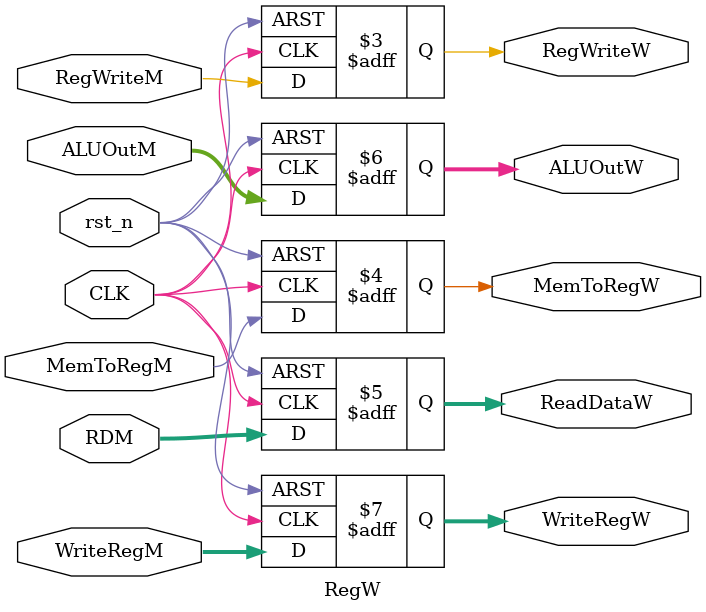
<source format=v>
module RegW(
input               CLK,rst_n,
input   [31:0]      ALUOutM,
input   [31:0]      RDM,
input   [4:0]       WriteRegM,
input               RegWriteM,
input               MemToRegM,
output reg          RegWriteW,
output reg          MemToRegW,
output reg [31:0]   ReadDataW,
output reg [31:0]   ALUOutW,
output reg [4:0]    WriteRegW
);

always@(posedge CLK or negedge rst_n)
begin
    if (!rst_n)
    begin
    WriteRegW <= 5'b0;
    RegWriteW <= 1'b0;
    MemToRegW <= 1'b0;
    ALUOutW   <= 32'b0;
    ReadDataW <= 32'b0;
    end
   else
    begin
    WriteRegW <= WriteRegM;
    RegWriteW <= RegWriteM;
    MemToRegW <= MemToRegM;
    ALUOutW   <= ALUOutM;
    ReadDataW <= RDM;
    end
end

endmodule

</source>
